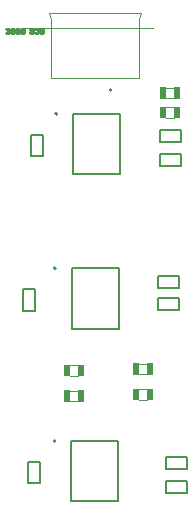
<source format=gbr>
%TF.GenerationSoftware,Altium Limited,Altium Designer,20.0.13 (296)*%
G04 Layer_Color=16711935*
%FSLAX45Y45*%
%MOMM*%
%TF.FileFunction,Other,Mechanical_13*%
%TF.Part,Single*%
G01*
G75*
%TA.AperFunction,NonConductor*%
%ADD31C,0.20000*%
%ADD33C,0.25400*%
%ADD35C,0.12700*%
%ADD48C,0.10160*%
%ADD49C,0.10000*%
G36*
X15285913Y12093190D02*
X15235710D01*
Y12188298D01*
X15285913D01*
Y12093190D01*
D02*
G37*
G36*
X15168822D02*
X15118871D01*
Y12188274D01*
X15168822D01*
Y12093190D01*
D02*
G37*
G36*
X15285913Y11928090D02*
X15235710D01*
Y12023198D01*
X15285913D01*
Y11928090D01*
D02*
G37*
G36*
X15168822D02*
X15118871D01*
Y12023174D01*
X15168822D01*
Y11928090D01*
D02*
G37*
G36*
X15057314Y9756390D02*
X15007111D01*
Y9851498D01*
X15057314D01*
Y9756390D01*
D02*
G37*
G36*
X14940221D02*
X14890269D01*
Y9851474D01*
X14940221D01*
Y9756390D01*
D02*
G37*
G36*
X14473112Y9743690D02*
X14422910D01*
Y9838798D01*
X14473112D01*
Y9743690D01*
D02*
G37*
G36*
X14356021D02*
X14306070D01*
Y9838774D01*
X14356021D01*
Y9743690D01*
D02*
G37*
G36*
X15057314Y9540490D02*
X15007111D01*
Y9635598D01*
X15057314D01*
Y9540490D01*
D02*
G37*
G36*
X14940221D02*
X14890269D01*
Y9635574D01*
X14940221D01*
Y9540490D01*
D02*
G37*
G36*
X14473112Y9527790D02*
X14422910D01*
Y9622898D01*
X14473112D01*
Y9527790D01*
D02*
G37*
G36*
X14356021D02*
X14306070D01*
Y9622874D01*
X14356021D01*
Y9527790D01*
D02*
G37*
D31*
X14706900Y12165900D02*
G03*
X14706900Y12165900I-10000J0D01*
G01*
X14246700Y11963400D02*
G03*
X14246700Y11963400I-10000J0D01*
G01*
X14231606Y9194953D02*
G03*
X14231606Y9194953I-10000J0D01*
G01*
X14234000Y10655300D02*
G03*
X14234000Y10655300I-10000J0D01*
G01*
D33*
X14125346Y12686394D02*
Y12645624D01*
X14104961D01*
X14098166Y12652419D01*
Y12666009D01*
X14104961Y12672804D01*
X14125346D01*
X14057394Y12652419D02*
X14064191Y12645624D01*
X14077782D01*
X14084576Y12652419D01*
Y12679599D01*
X14077782Y12686394D01*
X14064191D01*
X14057394Y12679599D01*
X14043805Y12645624D02*
Y12686394D01*
X14023421D01*
X14016624Y12679599D01*
Y12672804D01*
X14023421Y12666009D01*
X14043805D01*
X14023421D01*
X14016624Y12659214D01*
Y12652419D01*
X14023421Y12645624D01*
X14043805D01*
X13935085D02*
X13962265D01*
Y12686394D01*
X13935085D01*
X13962265Y12666009D02*
X13948676D01*
X13921494Y12645624D02*
Y12686394D01*
X13901109D01*
X13894315Y12679599D01*
Y12652419D01*
X13901109Y12645624D01*
X13921494D01*
X13853545Y12652419D02*
X13860339Y12645624D01*
X13873929D01*
X13880724Y12652419D01*
Y12679599D01*
X13873929Y12686394D01*
X13860339D01*
X13853545Y12679599D01*
Y12666009D01*
X13867134D01*
X13812773Y12645624D02*
X13839954D01*
Y12686394D01*
X13812773D01*
X13839954Y12666009D02*
X13826364D01*
D35*
X14779601Y11454399D02*
Y11964401D01*
X14379601Y11454399D02*
Y11964401D01*
Y11454399D02*
X14779601D01*
X14379601Y11964401D02*
X14779601D01*
X15111897Y11822902D02*
X15291902D01*
X15111897Y11722903D02*
X15291902D01*
Y11822902D01*
X15111897Y11722903D02*
Y11822902D01*
Y11619702D02*
X15291902D01*
X15111897Y11519703D02*
X15291902D01*
Y11619702D01*
X15111897Y11519703D02*
Y11619702D01*
X14021603Y11606698D02*
Y11786702D01*
X14121602Y11606698D02*
Y11786702D01*
X14021603D02*
X14121602D01*
X14021603Y11606698D02*
X14121602D01*
X13996204Y8838098D02*
Y9018102D01*
X14096202Y8838098D02*
Y9018102D01*
X13996204D02*
X14096202D01*
X13996204Y8838098D02*
X14096202D01*
X14764503Y8685953D02*
Y9195954D01*
X14364505Y8685953D02*
Y9195954D01*
Y8685953D02*
X14764503D01*
X14364505Y9195954D02*
X14764503D01*
X15162698Y9054302D02*
X15342702D01*
X15162698Y8954303D02*
X15342702D01*
Y9054302D01*
X15162698Y8954303D02*
Y9054302D01*
Y8851102D02*
X15342702D01*
X15162698Y8751103D02*
X15342702D01*
Y8851102D01*
X15162698Y8751103D02*
Y8851102D01*
X13958102Y10298598D02*
Y10478602D01*
X14058102Y10298598D02*
Y10478602D01*
X13958102D02*
X14058102D01*
X13958102Y10298598D02*
X14058102D01*
X15099197Y10400502D02*
X15279202D01*
X15099197Y10300503D02*
X15279202D01*
Y10400502D01*
X15099197Y10300503D02*
Y10400502D01*
Y10591002D02*
X15279202D01*
X15099197Y10491003D02*
X15279202D01*
Y10591002D01*
X15099197Y10491003D02*
Y10591002D01*
X14766901Y10146299D02*
Y10656301D01*
X14366901Y10146299D02*
Y10656301D01*
Y10146299D02*
X14766901D01*
X14366901Y10656301D02*
X14766901D01*
D48*
X15166299Y11932900D02*
X15237502D01*
X15166299Y12018000D02*
X15237502D01*
X15166299Y12098000D02*
X15237502D01*
X15166299Y12183100D02*
X15237502D01*
X14937698Y9761200D02*
X15008900D01*
X14937698Y9846300D02*
X15008900D01*
X14937698Y9545300D02*
X15008900D01*
X14937698Y9630400D02*
X15008900D01*
X14353499Y9748500D02*
X14424701D01*
X14353499Y9833600D02*
X14424701D01*
X14353499Y9532600D02*
X14424701D01*
X14353499Y9617700D02*
X14424701D01*
D49*
X13946901Y12690902D02*
X15056902D01*
X14176898Y12820898D02*
X14196898Y12766899D01*
X14936902Y12265899D02*
Y12766899D01*
X14176898Y12820898D02*
X14956902D01*
X14196898Y12265899D02*
Y12766899D01*
Y12265899D02*
X14936902D01*
Y12766899D02*
X14956902Y12820898D01*
%TF.MD5,85d4997fff2be75b666b4288559ec243*%
M02*

</source>
